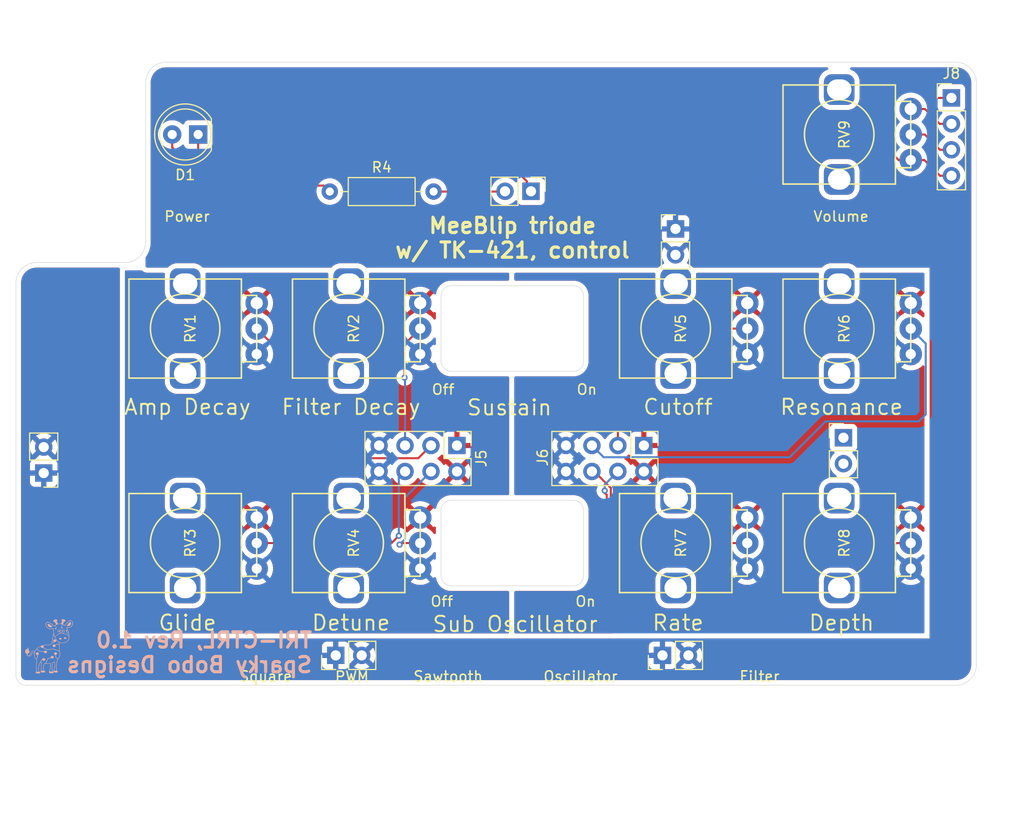
<source format=kicad_pcb>
(kicad_pcb (version 20241229) (generator "pcbnew") (generator_version "9.0")
  (title_block (title "MeeBlip triode w/ TK-421, control (TRI-CTRL)") (date "2025-12-30") (rev "1.0") (company "Sparky Bobo Designs") (comment 1 "This project is based upon the MeeBlip anode synthesizer: meeblip.com") (comment 2 "Designed by: J. Grahame, et. all.") (comment 3 "https://creativecommons.org/licenses/by-sa/4.0/") (comment 4 "Released under the Creative Commons Attribution Share-Alike 4.0 License"))
  (layers (0 "F.Cu" signal) (2 "B.Cu" signal) (13 "F.Paste" user) (15 "B.Paste" user) (5 "F.SilkS" user "F.Silkscreen") (7 "B.SilkS" user "B.Silkscreen") (1 "F.Mask" user) (3 "B.Mask" user) (25 "Edge.Cuts" user))
  (net 0 "")
  (net 1 "GND")
  (net 2 "Net-(J5-Pin_7)")
  (net 3 "Net-(J5-Pin_1)")
  (net 4 "Net-(J6-Pin_1)")
  (net 5 "Net-(J6-Pin_7)")
  (net 6 "Net-(J7-Pin_2)")
  (net 7 "Net-(J8-Pin_3)")
  (net 8 "Net-(D1-K)")
  (net 9 "Net-(D1-A)")
  (net 10 "Net-(J8-Pin_2)")
  (net 11 "Net-(J8-Pin_1)")
  (net 14 "/AMP_DECAY")
  (net 15 "/DETUNE")
  (net 16 "/GLIDE")
  (net 17 "/FILTER_DECAY")
  (net 18 "/FILTER_RES")
  (net 19 "/LFO_DEPTH")
  (net 20 "/LFO_RATE")
  (net 21 "/FILTER_CUTOFF")
  (footprint "Resistor_THT:R_Axial_DIN0207_L6.3mm_D2.5mm_P10.16mm_Horizontal" (layer "F.Cu") (at 122.1486 73.5838)
    (property "Reference" "R4" (at 5.08 -2.37 0) (layer "F.SilkS"))
    (property "Value" "330")
    (pad "1" thru_hole circle (at 0 0) (size 1.6 1.6) (drill 0.8) (layers "*.Cu" "*.Mask") (net 9 "Net-(D1-A)"))
    (pad "2" thru_hole circle (at 10.16 0) (size 1.6 1.6) (drill 0.8) (layers "*.Cu" "*.Mask") (net 6 "Net-(J7-Pin_2)"))
  )
  (footprint "Connector_PinHeader_2.54mm:PinHeader_1x02_P2.54mm_Vertical" (layer "F.Cu") (at 141.8386 73.5584 -90)
    (property "Reference" "J7")
    (property "Value" "CONTROL3")
    (pad "1" thru_hole rect (at 0 0 270) (size 1.7 1.7) (drill 1) (layers "*.Cu" "*.Mask") (net 8 "Net-(D1-K)"))
    (pad "2" thru_hole circle (at 0 2.54 270) (size 1.7 1.7) (drill 1) (layers "*.Cu" "*.Mask") (net 6 "Net-(J7-Pin_2)"))
  )
  (footprint "Connector_PinHeader_2.54mm:PinHeader_1x02_P2.54mm_Vertical" (layer "F.Cu") (at 122.7328 119 90)
    (property "Reference" "J11")
    (property "Value" "GND")
    (pad "1" thru_hole rect (at 0 0 90) (size 1.7 1.7) (drill 1) (layers "*.Cu" "*.Mask") (net 1 "GND"))
    (pad "2" thru_hole circle (at 0 2.54 90) (size 1.7 1.7) (drill 1) (layers "*.Cu" "*.Mask") (net 1 "GND"))
  )
  (footprint "Connector_PinHeader_2.54mm:PinHeader_1x04_P2.54mm_Vertical" (layer "F.Cu") (at 182.9816 64.4144)
    (property "Reference" "J8" (at 0 -2.38 0) (layer "F.SilkS"))
    (property "Value" "VOLUME")
    (pad "1" thru_hole rect (at 0 0) (size 1.7 1.7) (drill 1) (layers "*.Cu" "*.Mask") (net 11 "Net-(J8-Pin_1)"))
    (pad "2" thru_hole circle (at 0 2.54) (size 1.7 1.7) (drill 1) (layers "*.Cu" "*.Mask") (net 10 "Net-(J8-Pin_2)"))
    (pad "3" thru_hole circle (at 0 5.08) (size 1.7 1.7) (drill 1) (layers "*.Cu" "*.Mask") (net 7 "Net-(J8-Pin_3)"))
    (pad "4" thru_hole circle (at 0 7.62) (size 1.7 1.7) (drill 1) (layers "*.Cu" "*.Mask") (net 11 "Net-(J8-Pin_1)"))
  )
  (footprint "meeblip:BOURNS_PTV09A_1" (layer "F.Cu") (at 172 108 90)
    (property "Reference" "RV8" (at 0 0.5 90) (layer "F.SilkS"))
    (property "Value" "10k")
    (pad "1" thru_hole circle (at -2.5 7 90) (size 2.2 2.2) (drill 1) (layers "*.Cu" "*.Mask") (net 5 "Net-(J6-Pin_7)"))
    (pad "2" thru_hole circle (at 0 7 90) (size 2.2 2.2) (drill 1) (layers "*.Cu" "*.Mask") (net 19 "/LFO_DEPTH"))
    (pad "3" thru_hole circle (at 2.5 7 90) (size 2.2 2.2) (drill 1.2) (layers "*.Cu" "*.Mask") (net 4 "Net-(J6-Pin_1)"))
    (pad "4" thru_hole roundrect (at -4.4 0 90) (size 3 3) (drill oval 2 2.2) (layers "*.Cu" "*.Mask"))
    (pad "5" thru_hole roundrect (at 4.4 0 90) (size 3 3) (drill oval 2 2.4) (layers "*.Cu" "*.Mask"))
  )
  (footprint "Connector_PinHeader_2.54mm:PinHeader_2x04_P2.54mm_Vertical" (layer "F.Cu") (at 134.5946 98.4504 -90)
    (property "Reference" "J5" (at 1.27 -2.38 90) (layer "F.SilkS"))
    (property "Value" "CONTROL1")
    (pad "1" thru_hole rect (at 0 0 270) (size 1.7 1.7) (drill 1) (layers "*.Cu" "*.Mask") (net 3 "Net-(J5-Pin_1)"))
    (pad "2" thru_hole circle (at 2.54 0 270) (size 1.7 1.7) (drill 1) (layers "*.Cu" "*.Mask") (net 3 "Net-(J5-Pin_1)"))
    (pad "3" thru_hole circle (at 0 2.54 270) (size 1.7 1.7) (drill 1) (layers "*.Cu" "*.Mask") (net 14 "/AMP_DECAY"))
    (pad "4" thru_hole circle (at 2.54 2.54 270) (size 1.7 1.7) (drill 1) (layers "*.Cu" "*.Mask") (net 15 "/DETUNE"))
    (pad "5" thru_hole circle (at 0 5.08 270) (size 1.7 1.7) (drill 1) (layers "*.Cu" "*.Mask") (net 17 "/FILTER_DECAY"))
    (pad "6" thru_hole circle (at 2.54 5.08 270) (size 1.7 1.7) (drill 1) (layers "*.Cu" "*.Mask") (net 16 "/GLIDE"))
    (pad "7" thru_hole circle (at 0 7.62 270) (size 1.7 1.7) (drill 1) (layers "*.Cu" "*.Mask") (net 2 "Net-(J5-Pin_7)"))
    (pad "8" thru_hole circle (at 2.54 7.62 270) (size 1.7 1.7) (drill 1) (layers "*.Cu" "*.Mask") (net 2 "Net-(J5-Pin_7)"))
  )
  (footprint "meeblip:BOURNS_PTV09A_1" (layer "F.Cu") (at 108 108 90)
    (property "Reference" "RV3" (at 0 0.5 90) (layer "F.SilkS"))
    (property "Value" "10k")
    (pad "1" thru_hole circle (at -2.5 7 90) (size 2.2 2.2) (drill 1) (layers "*.Cu" "*.Mask") (net 2 "Net-(J5-Pin_7)"))
    (pad "2" thru_hole circle (at 0 7 90) (size 2.2 2.2) (drill 1) (layers "*.Cu" "*.Mask") (net 16 "/GLIDE"))
    (pad "3" thru_hole circle (at 2.5 7 90) (size 2.2 2.2) (drill 1.2) (layers "*.Cu" "*.Mask") (net 3 "Net-(J5-Pin_1)"))
    (pad "4" thru_hole roundrect (at -4.4 0 90) (size 3 3) (drill oval 2 2.2) (layers "*.Cu" "*.Mask"))
    (pad "5" thru_hole roundrect (at 4.4 0 90) (size 3 3) (drill oval 2 2.4) (layers "*.Cu" "*.Mask"))
  )
  (footprint "Connector_PinHeader_2.54mm:PinHeader_1x02_P2.54mm_Vertical" (layer "F.Cu") (at 172.4152 97.6884)
    (property "Reference" "J13")
    (property "Value" "GND")
    (pad "1" thru_hole rect (at 0 0) (size 1.7 1.7) (drill 1) (layers "*.Cu" "*.Mask"))
    (pad "2" thru_hole circle (at 0 2.54) (size 1.7 1.7) (drill 1) (layers "*.Cu" "*.Mask"))
  )
  (footprint "LED_THT:LED_D5.0mm" (layer "F.Cu") (at 109.2708 67.9958 180)
    (property "Reference" "D1" (at 1.27 -3.96 0) (layer "F.SilkS"))
    (property "Value" "LED")
    (pad "1" thru_hole rect (at 0 0 180) (size 1.8 1.8) (drill 0.9) (layers "*.Cu" "*.Mask") (net 8 "Net-(D1-K)"))
    (pad "2" thru_hole circle (at 2.54 0 180) (size 1.8 1.8) (drill 0.9) (layers "*.Cu" "*.Mask") (net 9 "Net-(D1-A)"))
  )
  (footprint "meeblip:BOURNS_PTV09A_1" (layer "F.Cu") (at 172 68 90)
    (property "Reference" "RV9" (at 0 0.5 90) (layer "F.SilkS"))
    (property "Value" "10k")
    (pad "1" thru_hole circle (at -2.5 7 90) (size 2.2 2.2) (drill 1) (layers "*.Cu" "*.Mask") (net 11 "Net-(J8-Pin_1)"))
    (pad "2" thru_hole circle (at 0 7 90) (size 2.2 2.2) (drill 1) (layers "*.Cu" "*.Mask") (net 7 "Net-(J8-Pin_3)"))
    (pad "3" thru_hole circle (at 2.5 7 90) (size 2.2 2.2) (drill 1.2) (layers "*.Cu" "*.Mask") (net 10 "Net-(J8-Pin_2)"))
    (pad "4" thru_hole roundrect (at -4.4 0 90) (size 3 3) (drill oval 2 2.2) (layers "*.Cu" "*.Mask"))
    (pad "5" thru_hole roundrect (at 4.4 0 90) (size 3 3) (drill oval 2 2.4) (layers "*.Cu" "*.Mask"))
  )
  (footprint "Connector_PinHeader_2.54mm:PinHeader_2x04_P2.54mm_Vertical" (layer "F.Cu") (at 152.8826 98.4504 -90)
    (property "Reference" "J6" (at 1.1684 9.906 90) (layer "F.SilkS"))
    (property "Value" "CONTROL2")
    (pad "1" thru_hole rect (at 0 0 270) (size 1.7 1.7) (drill 1) (layers "*.Cu" "*.Mask") (net 4 "Net-(J6-Pin_1)"))
    (pad "2" thru_hole circle (at 2.54 0 270) (size 1.7 1.7) (drill 1) (layers "*.Cu" "*.Mask") (net 4 "Net-(J6-Pin_1)"))
    (pad "3" thru_hole circle (at 0 2.54 270) (size 1.7 1.7) (drill 1) (layers "*.Cu" "*.Mask") (net 21 "/FILTER_CUTOFF"))
    (pad "4" thru_hole circle (at 2.54 2.54 270) (size 1.7 1.7) (drill 1) (layers "*.Cu" "*.Mask") (net 19 "/LFO_DEPTH"))
    (pad "5" thru_hole circle (at 0 5.08 270) (size 1.7 1.7) (drill 1) (layers "*.Cu" "*.Mask") (net 18 "/FILTER_RES"))
    (pad "6" thru_hole circle (at 2.54 5.08 270) (size 1.7 1.7) (drill 1) (layers "*.Cu" "*.Mask") (net 20 "/LFO_RATE"))
    (pad "7" thru_hole circle (at 0 7.62 270) (size 1.7 1.7) (drill 1) (layers "*.Cu" "*.Mask") (net 5 "Net-(J6-Pin_7)"))
    (pad "8" thru_hole circle (at 2.54 7.62 270) (size 1.7 1.7) (drill 1) (layers "*.Cu" "*.Mask") (net 5 "Net-(J6-Pin_7)"))
  )
  (footprint "meeblip:BOURNS_PTV09A_1" (layer "F.Cu") (at 124 87 90)
    (property "Reference" "RV2" (at 0 0.5 90) (layer "F.SilkS"))
    (property "Value" "10k")
    (pad "1" thru_hole circle (at -2.5 7 90) (size 2.2 2.2) (drill 1) (layers "*.Cu" "*.Mask") (net 2 "Net-(J5-Pin_7)"))
    (pad "2" thru_hole circle (at 0 7 90) (size 2.2 2.2) (drill 1) (layers "*.Cu" "*.Mask") (net 17 "/FILTER_DECAY"))
    (pad "3" thru_hole circle (at 2.5 7 90) (size 2.2 2.2) (drill 1.2) (layers "*.Cu" "*.Mask") (net 3 "Net-(J5-Pin_1)"))
    (pad "4" thru_hole roundrect (at -4.4 0 90) (size 3 3) (drill oval 2 2.2) (layers "*.Cu" "*.Mask"))
    (pad "5" thru_hole roundrect (at 4.4 0 90) (size 3 3) (drill oval 2 2.4) (layers "*.Cu" "*.Mask"))
  )
  (footprint "meeblip:BOURNS_PTV09A_1" (layer "F.Cu") (at 156 108 90)
    (property "Reference" "RV7" (at 0 0.5 90) (layer "F.SilkS"))
    (property "Value" "10k")
    (pad "1" thru_hole circle (at -2.5 7 90) (size 2.2 2.2) (drill 1) (layers "*.Cu" "*.Mask") (net 5 "Net-(J6-Pin_7)"))
    (pad "2" thru_hole circle (at 0 7 90) (size 2.2 2.2) (drill 1) (layers "*.Cu" "*.Mask") (net 20 "/LFO_RATE"))
    (pad "3" thru_hole circle (at 2.5 7 90) (size 2.2 2.2) (drill 1.2) (layers "*.Cu" "*.Mask") (net 4 "Net-(J6-Pin_1)"))
    (pad "4" thru_hole roundrect (at -4.4 0 90) (size 3 3) (drill oval 2 2.2) (layers "*.Cu" "*.Mask"))
    (pad "5" thru_hole roundrect (at 4.4 0 90) (size 3 3) (drill oval 2 2.4) (layers "*.Cu" "*.Mask"))
  )
  (footprint "meeblip:BOURNS_PTV09A_1" (layer "F.Cu") (at 172 87 90)
    (property "Reference" "RV6" (at 0 0.5 90) (layer "F.SilkS"))
    (property "Value" "10k")
    (pad "1" thru_hole circle (at -2.5 7 90) (size 2.2 2.2) (drill 1) (layers "*.Cu" "*.Mask") (net 5 "Net-(J6-Pin_7)"))
    (pad "2" thru_hole circle (at 0 7 90) (size 2.2 2.2) (drill 1) (layers "*.Cu" "*.Mask") (net 18 "/FILTER_RES"))
    (pad "3" thru_hole circle (at 2.5 7 90) (size 2.2 2.2) (drill 1.2) (layers "*.Cu" "*.Mask") (net 4 "Net-(J6-Pin_1)"))
    (pad "4" thru_hole roundrect (at -4.4 0 90) (size 3 3) (drill oval 2 2.2) (layers "*.Cu" "*.Mask"))
    (pad "5" thru_hole roundrect (at 4.4 0 90) (size 3 3) (drill oval 2 2.4) (layers "*.Cu" "*.Mask"))
  )
  (footprint "meeblip:BOURNS_PTV09A_1" (layer "F.Cu") (at 124 108 90)
    (property "Reference" "RV4" (at 0 0.5 90) (layer "F.SilkS"))
    (property "Value" "10k")
    (pad "1" thru_hole circle (at -2.5 7 90) (size 2.2 2.2) (drill 1) (layers "*.Cu" "*.Mask") (net 2 "Net-(J5-Pin_7)"))
    (pad "2" thru_hole circle (at 0 7 90) (size 2.2 2.2) (drill 1) (layers "*.Cu" "*.Mask") (net 15 "/DETUNE"))
    (pad "3" thru_hole circle (at 2.5 7 90) (size 2.2 2.2) (drill 1.2) (layers "*.Cu" "*.Mask") (net 3 "Net-(J5-Pin_1)"))
    (pad "4" thru_hole roundrect (at -4.4 0 90) (size 3 3) (drill oval 2 2.2) (layers "*.Cu" "*.Mask"))
    (pad "5" thru_hole roundrect (at 4.4 0 90) (size 3 3) (drill oval 2 2.4) (layers "*.Cu" "*.Mask"))
  )
  (footprint "meeblip:BOURNS_PTV09A_1" (layer "F.Cu") (at 156 87 90)
    (property "Reference" "RV5" (at 0 0.5 90) (layer "F.SilkS"))
    (property "Value" "10k")
    (pad "1" thru_hole circle (at -2.5 7 90) (size 2.2 2.2) (drill 1) (layers "*.Cu" "*.Mask") (net 5 "Net-(J6-Pin_7)"))
    (pad "2" thru_hole circle (at 0 7 90) (size 2.2 2.2) (drill 1) (layers "*.Cu" "*.Mask") (net 21 "/FILTER_CUTOFF"))
    (pad "3" thru_hole circle (at 2.5 7 90) (size 2.2 2.2) (drill 1.2) (layers "*.Cu" "*.Mask") (net 4 "Net-(J6-Pin_1)"))
    (pad "4" thru_hole roundrect (at -4.4 0 90) (size 3 3) (drill oval 2 2.2) (layers "*.Cu" "*.Mask"))
    (pad "5" thru_hole roundrect (at 4.4 0 90) (size 3 3) (drill oval 2 2.4) (layers "*.Cu" "*.Mask"))
  )
  (footprint "meeblip:BOURNS_PTV09A_1" (layer "F.Cu") (at 108 87 90)
    (property "Reference" "RV1" (at 0 0.5 90) (layer "F.SilkS"))
    (property "Value" "10k")
    (pad "1" thru_hole circle (at -2.5 7 90) (size 2.2 2.2) (drill 1) (layers "*.Cu" "*.Mask") (net 2 "Net-(J5-Pin_7)"))
    (pad "2" thru_hole circle (at 0 7 90) (size 2.2 2.2) (drill 1) (layers "*.Cu" "*.Mask") (net 14 "/AMP_DECAY"))
    (pad "3" thru_hole circle (at 2.5 7 90) (size 2.2 2.2) (drill 1.2) (layers "*.Cu" "*.Mask") (net 3 "Net-(J5-Pin_1)"))
    (pad "4" thru_hole roundrect (at -4.4 0 90) (size 3 3) (drill oval 2 2.2) (layers "*.Cu" "*.Mask"))
    (pad "5" thru_hole roundrect (at 4.4 0 90) (size 3 3) (drill oval 2 2.4) (layers "*.Cu" "*.Mask"))
  )
  (footprint "Connector_PinHeader_2.54mm:PinHeader_1x02_P2.54mm_Vertical" (layer "F.Cu") (at 154.7064 119 90)
    (property "Reference" "J12")
    (property "Value" "GND")
    (pad "1" thru_hole rect (at 0 0 90) (size 1.7 1.7) (drill 1) (layers "*.Cu" "*.Mask") (net 1 "GND"))
    (pad "2" thru_hole circle (at 0 2.54 90) (size 1.7 1.7) (drill 1) (layers "*.Cu" "*.Mask") (net 1 "GND"))
  )
  (footprint "Connector_PinHeader_2.54mm:PinHeader_1x02_P2.54mm_Vertical" (layer "F.Cu") (at 94.1578 101.1478 180)
    (property "Reference" "J9")
    (property "Value" "GND")
    (pad "1" thru_hole rect (at 0 0 180) (size 1.7 1.7) (drill 1) (layers "*.Cu" "*.Mask") (net 1 "GND"))
    (pad "2" thru_hole circle (at 0 2.54 180) (size 1.7 1.7) (drill 1) (layers "*.Cu" "*.Mask") (net 1 "GND"))
  )
  (footprint "Connector_PinHeader_2.54mm:PinHeader_1x02_P2.54mm_Vertical" (layer "F.Cu") (at 155.9814 77.2414)
    (property "Reference" "J10")
    (property "Value" "GND")
    (pad "1" thru_hole rect (at 0 0) (size 1.7 1.7) (drill 1) (layers "*.Cu" "*.Mask") (net 1 "GND"))
    (pad "2" thru_hole circle (at 0 2.54) (size 1.7 1.7) (drill 1) (layers "*.Cu" "*.Mask") (net 1 "GND"))
  )
  (footprint "meeblip:logo_cr_5x5" (layer "B.Cu") (at 94.6658 118.11 180)
    (property "Reference" "G***" (hide yes))
    (property "Value" "LOGO" (hide yes))
  )
  (gr_line (start 145.9771 112.1918) (end 134.0325 112.1918) (stroke (width 0.05)) (layer "Edge.Cuts"))
  (gr_arc (start 133.0325 83.804) (mid 133.325393 83.096893) (end 134.0325 82.804) (stroke (width 0.05)) (layer "Edge.Cuts"))
  (gr_line (start 185.42 119.92) (end 185.42 62.921107) (stroke (width 0.05)) (layer "Edge.Cuts"))
  (gr_arc (start 185.42 119.92) (mid 184.834214 121.334214) (end 183.42 121.92) (stroke (width 0.05)) (layer "Edge.Cuts"))
  (gr_line (start 133.0325 111.1918) (end 133.0325 104.8098) (stroke (width 0.05)) (layer "Edge.Cuts"))
  (gr_arc (start 145.9771 82.804) (mid 146.684207 83.096893) (end 146.9771 83.804) (stroke (width 0.05)) (layer "Edge.Cuts"))
  (gr_arc (start 92.44 121.92) (mid 91.732893 121.627107) (end 91.44 120.92) (stroke (width 0.05)) (layer "Edge.Cuts"))
  (gr_arc (start 134.0325 91.186) (mid 133.325393 90.893107) (end 133.0325 90.186) (stroke (width 0.05)) (layer "Edge.Cuts"))
  (gr_line (start 92.44 121.92) (end 183.42 121.92) (stroke (width 0.05)) (layer "Edge.Cuts"))
  (gr_arc (start 133.0325 104.8098) (mid 133.325393 104.102693) (end 134.0325 103.8098) (stroke (width 0.05)) (layer "Edge.Cuts"))
  (gr_line (start 134.0325 103.8098) (end 145.9771 103.8098) (stroke (width 0.05)) (layer "Edge.Cuts"))
  (gr_arc (start 146.9771 90.186) (mid 146.684207 90.893107) (end 145.9771 91.186) (stroke (width 0.05)) (layer "Edge.Cuts"))
  (gr_line (start 183.42 60.921107) (end 106.126507 60.921107) (stroke (width 0.05)) (layer "Edge.Cuts"))
  (gr_line (start 134.0325 91.186) (end 145.9771 91.186) (stroke (width 0.05)) (layer "Edge.Cuts"))
  (gr_arc (start 146.9771 111.1918) (mid 146.684207 111.898907) (end 145.9771 112.1918) (stroke (width 0.05)) (layer "Edge.Cuts"))
  (gr_line (start 146.9771 104.8098) (end 146.9771 111.1918) (stroke (width 0.05)) (layer "Edge.Cuts"))
  (gr_line (start 134.0325 82.804) (end 145.9771 82.804) (stroke (width 0.05)) (layer "Edge.Cuts"))
  (gr_line (start 133.0325 90.186) (end 133.0325 83.804) (stroke (width 0.05)) (layer "Edge.Cuts"))
  (gr_arc (start 183.42 60.921107) (mid 184.834211 61.506894) (end 185.42 62.921107) (stroke (width 0.05)) (layer "Edge.Cuts"))
  (gr_line (start 102.126507 80.531493) (end 93.44 80.531493) (stroke (width 0.05)) (layer "Edge.Cuts"))
  (gr_line (start 104.126507 62.921107) (end 104.126507 78.531493) (stroke (width 0.05)) (layer "Edge.Cuts"))
  (gr_arc (start 104.126507 78.531493) (mid 103.540721 79.945707) (end 102.126507 80.531493) (stroke (width 0.05)) (layer "Edge.Cuts"))
  (gr_arc (start 91.44 82.531493) (mid 92.025789 81.117284) (end 93.44 80.531493) (stroke (width 0.05)) (layer "Edge.Cuts"))
  (gr_line (start 146.9771 83.804) (end 146.9771 90.186) (stroke (width 0.05)) (layer "Edge.Cuts"))
  (gr_line (start 91.44 82.531493) (end 91.44 120.92) (stroke (width 0.05)) (layer "Edge.Cuts"))
  (gr_arc (start 134.0325 112.1918) (mid 133.325393 111.898907) (end 133.0325 111.1918) (stroke (width 0.05)) (layer "Edge.Cuts"))
  (gr_arc (start 145.9771 103.8098) (mid 146.684207 104.102693) (end 146.9771 104.8098) (stroke (width 0.05)) (layer "Edge.Cuts"))
  (gr_arc (start 104.126507 62.921107) (mid 104.712293 61.506893) (end 106.126507 60.921107) (stroke (width 0.05)) (layer "Edge.Cuts"))
  (gr_text "Power" (at 108.1866 75.438 0) (layer "F.SilkS") (effects (font (size 1 1)) (justify top)))
  (gr_text "Rate" (at 156.2294 116.6876 0) (layer "F.SilkS") (effects (font (size 1.5 1.5) (thickness 0.1875)) (justify bottom)))
  (gr_text "Amp Decay" (at 108.2294 95.5548 0) (layer "F.SilkS") (effects (font (size 1.5 1.5) (thickness 0.1875)) (justify bottom)))
  (gr_text "On" (at 146.1008 113.7158 0) (layer "F.SilkS") (effects (font (size 1 1)) (justify left)))
  (gr_text "Oscillator" (at 142.9766 121.0564 0) (layer "F.SilkS") (effects (font (size 1 1)) (justify left)))
  (gr_text "Sustain" (at 139.7254 95.6056 0) (layer "F.SilkS") (effects (font (size 1.5 1.5) (thickness 0.1875)) (justify bottom)))
  (gr_text "MeeBlip triode\nw/ TK-421, control" (at 140.0302 80.2132 0) (layer "F.SilkS") (effects (font (size 1.5 1.5) (thickness 0.3) (bold yes)) (justify bottom)))
  (gr_text "Off" (at 132.0546 92.964 0) (layer "F.SilkS") (effects (font (size 1 1)) (justify left)))
  (gr_text "PWM" (at 124.3176 121.666 0) (layer "F.SilkS") (effects (font (size 1 1)) (justify bottom)))
  (gr_text "Cutoff" (at 156.2294 95.5548 0) (layer "F.SilkS") (effects (font (size 1.5 1.5) (thickness 0.1875)) (justify bottom)))
  (gr_text "Square" (at 113.2078 121.0564 0) (layer "F.SilkS") (effects (font (size 1 1)) (justify left)))
  (gr_text "Sawtooth" (at 130.2512 121.0564 0) (layer "F.SilkS") (effects (font (size 1 1)) (justify left)))
  (gr_text "Volume" (at 172.1866 75.438 0) (layer "F.SilkS") (effects (font (size 1 1)) (justify top)))
  (gr_text "Filter Decay" (at 124.2294 95.5548 0) (layer "F.SilkS") (effects (font (size 1.5 1.5) (thickness 0.1875)) (justify bottom)))
  (gr_text "Off" (at 131.9276 113.7158 0) (layer "F.SilkS") (effects (font (size 1 1)) (justify left)))
  (gr_text "Resonance" (at 172.2294 95.5548 0) (layer "F.SilkS") (effects (font (size 1.5 1.5) (thickness 0.1875)) (justify bottom)))
  (gr_text "On" (at 146.2278 92.964 0) (layer "F.SilkS") (effects (font (size 1 1)) (justify left)))
  (gr_text "Detune" (at 124.2294 116.6876 0) (layer "F.SilkS") (effects (font (size 1.5 1.5) (thickness 0.1875)) (justify bottom)))
  (gr_text "Filter" (at 162.1536 121.0564 0) (layer "F.SilkS") (effects (font (size 1 1)) (justify left)))
  (gr_text "Glide" (at 108.2294 116.6876 0) (layer "F.SilkS") (effects (font (size 1.5 1.5) (thickness 0.1875)) (justify bottom)))
  (gr_text "Sub Oscillator" (at 140.296 116.8144 0) (layer "F.SilkS") (effects (font (size 1.5 1.5) (thickness 0.1875)) (justify bottom)))
  (gr_text "Depth" (at 172.2294 116.6876 0) (layer "F.SilkS") (effects (font (size 1.5 1.5) (thickness 0.1875)) (justify bottom)))
  (gr_text "TRI-CTRL, Rev 1.0\nSparky Bobo Designs" (at 120.5738 120.8024 0) (layer "B.SilkS") (effects (font (size 1.5 1.5) (thickness 0.3) (bold yes)) (justify left bottom mirror)))
  (segment (start 179.4148 89.067) (end 178.9684 89.067) (width 0.2) (layer "B.Cu") (net 5))
  (segment (start 132.3086 73.5838) (end 138.8668 73.5838) (width 0.2) (layer "F.Cu") (net 6))
  (segment (start 138.8668 73.5838) (end 138.8922 73.5584) (width 0.2) (layer "F.Cu") (net 6))
  (segment (start 181.864 69.4944) (end 180.3696 68) (width 0.2) (layer "F.Cu") (net 7))
  (segment (start 180.3696 68) (end 179 68) (width 0.2) (layer "F.Cu") (net 7))
  (segment (start 182.9816 69.4944) (end 181.864 69.4944) (width 0.2) (layer "F.Cu") (net 7))
  (segment (start 109.2708 70.104) (end 110.4392 71.2724) (width 0.2) (layer "F.Cu") (net 8))
  (segment (start 110.4392 71.2724) (end 140.1318 71.2724) (width 0.2) (layer "F.Cu") (net 8))
  (segment (start 109.2708 67.9958) (end 109.2708 70.104) (width 0.2) (layer "F.Cu") (net 8))
  (segment (start 141.4322 72.5728) (end 141.4322 73.5584) (width 0.2) (layer "F.Cu") (net 8))
  (segment (start 140.1318 71.2724) (end 141.4322 72.5728) (width 0.2) (layer "F.Cu") (net 8))
  (segment (start 106.7308 69.268592) (end 106.7308 67.9958) (width 0.2) (layer "F.Cu") (net 9))
  (segment (start 122.1486 73.5838) (end 121.5644 72.9996) (width 0.2) (layer "F.Cu") (net 9))
  (segment (start 110.461808 72.9996) (end 106.7308 69.268592) (width 0.2) (layer "F.Cu") (net 9))
  (segment (start 121.5644 72.9996) (end 110.461808 72.9996) (width 0.2) (layer "F.Cu") (net 9))
  (segment (start 181.8386 66.9544) (end 180.3842 65.5) (width 0.2) (layer "F.Cu") (net 10))
  (segment (start 182.9816 66.9544) (end 181.8386 66.9544) (width 0.2) (layer "F.Cu") (net 10))
  (segment (start 180.3842 65.5) (end 179 65.5) (width 0.2) (layer "F.Cu") (net 10))
  (segment (start 181.864 72.0344) (end 180.3296 70.5) (width 0.2) (layer "F.Cu") (net 11))
  (segment (start 177.038 64.6176) (end 177.038 69.723) (width 0.2) (layer "F.Cu") (net 11))
  (segment (start 182.9816 72.0344) (end 181.864 72.0344) (width 0.2) (layer "F.Cu") (net 11))
  (segment (start 178.0794 63.5762) (end 177.038 64.6176) (width 0.2) (layer "F.Cu") (net 11))
  (segment (start 177.815 70.5) (end 179 70.5) (width 0.2) (layer "F.Cu") (net 11))
  (segment (start 181.4322 64.4144) (end 180.594 63.5762) (width 0.2) (layer "F.Cu") (net 11))
  (segment (start 182.9816 64.4144) (end 181.4322 64.4144) (width 0.2) (layer "F.Cu") (net 11))
  (segment (start 180.3296 70.5) (end 179 70.5) (width 0.2) (layer "F.Cu") (net 11))
  (segment (start 180.594 63.5762) (end 178.0794 63.5762) (width 0.2) (layer "F.Cu") (net 11))
  (segment (start 177.038 69.723) (end 177.815 70.5) (width 0.2) (layer "F.Cu") (net 11))
  (segment (start 118.2624 99.695) (end 117.2718 98.7044) (width 0.2) (layer "F.Cu") (net 14))
  (segment (start 130.81 99.695) (end 118.2624 99.695) (width 0.2) (layer "F.Cu") (net 14))
  (segment (start 132.0546 98.4504) (end 130.81 99.695) (width 0.2) (layer "F.Cu") (net 14))
  (segment (start 117.2718 98.7044) (end 117.2718 89.2718) (width 0.2) (layer "F.Cu") (net 14))
  (segment (start 117.2718 89.2718) (end 115 87) (width 0.2) (layer "F.Cu") (net 14))
  (segment (start 131 108) (end 129.1344 108) (width 0.2) (layer "F.Cu") (net 15))
  (segment (start 129.1344 108) (end 128.9812 108.1532) (width 0.2) (layer "F.Cu") (net 15))
  (via (at 128.9812 108.1532) (size 0.6) (drill 0.3) (layers "F.Cu" "B.Cu") (net 15))
  (segment (start 129.506 107.6284) (end 129.506 103.539) (width 0.2) (layer "B.Cu") (net 15))
  (segment (start 129.506 103.539) (end 132.0546 100.9904) (width 0.2) (layer "B.Cu") (net 15))
  (segment (start 128.9812 108.1532) (end 129.506 107.6284) (width 0.2) (layer "B.Cu") (net 15))
  (segment (start 128.1946 108) (end 128.905 107.2896) (width 0.2) (layer "F.Cu") (net 16))
  (segment (start 115 108) (end 128.1946 108) (width 0.2) (layer "F.Cu") (net 16))
  (via (at 128.905 107.2896) (size 0.6) (drill 0.3) (layers "F.Cu" "B.Cu") (net 16))
  (segment (start 128.905 101.6) (end 129.5146 100.9904) (width 0.2) (layer "B.Cu") (net 16))
  (segment (start 128.905 107.2896) (end 128.905 101.6) (width 0.2) (layer "B.Cu") (net 16))
  (segment (start 129.4638 88.5362) (end 129.4638 91.7956) (width 0.2) (layer "F.Cu") (net 17))
  (segment (start 131 87) (end 129.4638 88.5362) (width 0.2) (layer "F.Cu") (net 17))
  (via (at 129.4638 91.7956) (size 0.6) (drill 0.3) (layers "F.Cu" "B.Cu") (net 17))
  (segment (start 129.5146 98.4504) (end 129.5146 91.8464) (width 0.2) (layer "B.Cu") (net 17))
  (segment (start 129.5146 91.8464) (end 129.4638 91.7956) (width 0.2) (layer "B.Cu") (net 17))
  (segment (start 148.9536 99.6014) (end 165.989 99.6014) (width 0.2) (layer "B.Cu") (net 18))
  (segment (start 170.6626 96.0882) (end 179.7812 96.0882) (width 0.2) (layer "B.Cu") (net 18))
  (segment (start 180.467 95.4024) (end 180.467 88.467) (width 0.2) (layer "B.Cu") (net 18))
  (segment (start 165.989 99.6014) (end 167.1494 99.6014) (width 0.2) (layer "B.Cu") (net 18))
  (segment (start 179.7812 96.0882) (end 180.467 95.4024) (width 0.2) (layer "B.Cu") (net 18))
  (segment (start 147.8026 98.4504) (end 148.9536 99.6014) (width 0.2) (layer "B.Cu") (net 18))
  (segment (start 180.467 88.467) (end 179 87) (width 0.2) (layer "B.Cu") (net 18))
  (segment (start 167.1494 99.6014) (end 170.6626 96.0882) (width 0.2) (layer "B.Cu") (net 18))
  (segment (start 177.5976 108) (end 179 108) (width 0.2) (layer "F.Cu") (net 19))
  (segment (start 176.9364 108.6612) (end 177.5976 108) (width 0.2) (layer "F.Cu") (net 19))
  (segment (start 149.2504 115.1465) (end 150.2073 116.1034) (width 0.2) (layer "F.Cu") (net 19))
  (segment (start 149.0514 103.0774) (end 149.2504 103.2764) (width 0.2) (layer "F.Cu") (net 19))
  (segment (start 176.3268 116.1034) (end 176.9364 115.4938) (width 0.2) (layer "F.Cu") (net 19))
  (segment (start 150.2073 116.1034) (end 176.3268 116.1034) (width 0.2) (layer "F.Cu") (net 19))
  (segment (start 149.2504 103.2764) (end 149.2504 115.1465) (width 0.2) (layer "F.Cu") (net 19))
  (segment (start 149.0514 102.87) (end 149.0514 103.0774) (width 0.2) (layer "F.Cu") (net 19))
  (segment (start 176.9364 115.4938) (end 176.9364 108.6612) (width 0.2) (layer "F.Cu") (net 19))
  (via (at 149.0514 102.87) (size 0.6) (drill 0.3) (layers "F.Cu" "B.Cu") (net 19))
  (segment (start 149.0514 102.2816) (end 150.3426 100.9904) (width 0.2) (layer "B.Cu") (net 19))
  (segment (start 149.0514 102.87) (end 149.0514 102.2816) (width 0.2) (layer "B.Cu") (net 19))
  (segment (start 160.9598 108.5342) (end 160.9598 115.1128) (width 0.2) (layer "F.Cu") (net 20))
  (segment (start 163 108) (end 161.494 108) (width 0.2) (layer "F.Cu") (net 20))
  (segment (start 149.6514 114.9804) (end 149.6514 102.6106) (width 0.2) (layer "F.Cu") (net 20))
  (segment (start 149.6514 102.6106) (end 148.0312 100.9904) (width 0.2) (layer "F.Cu") (net 20))
  (segment (start 160.9598 115.1128) (end 160.3702 115.7024) (width 0.2) (layer "F.Cu") (net 20))
  (segment (start 150.3734 115.7024) (end 149.6514 114.9804) (width 0.2) (layer "F.Cu") (net 20))
  (segment (start 160.3702 115.7024) (end 150.3734 115.7024) (width 0.2) (layer "F.Cu") (net 20))
  (segment (start 148.0312 100.9904) (end 147.8026 100.9904) (width 0.2) (layer "F.Cu") (net 20))
  (segment (start 161.494 108) (end 160.9598 108.5342) (width 0.2) (layer "F.Cu") (net 20))
  (segment (start 151.2774 87) (end 163 87) (width 0.2) (layer "F.Cu") (net 21))
  (segment (start 150.3426 87.9348) (end 151.2774 87) (width 0.2) (layer "F.Cu") (net 21))
  (segment (start 150.3426 98.4504) (end 150.3426 87.9348) (width 0.2) (layer "F.Cu") (net 21))
  (zone (net 4) (net_name "Net-(J6-Pin_1)") (layer "F.Cu") (priority 1) (connect_pads (clearance 0.5)) (min_thickness 0.25) (fill yes (thermal_gap 0.5) (thermal_bridge_width 0.5))
    (polygon (pts (xy 140.208 81.28) (xy 180.594 81.28) (xy 180.594 117.094) (xy 140.208 117.094)))
  )
  (zone (net 1) (net_name "GND") (layer "F.Cu") (priority 2) (connect_pads (clearance 0.5)) (min_thickness 0.25) (fill yes (thermal_gap 0.5) (thermal_bridge_width 0.5))
    (polygon (pts (xy 101.6 80.5434) (xy 101.6 117.348) (xy 180.848 117.348) (xy 180.848 81.026) (xy 104.134287 81.026) (xy 104.168398 60.9346) (xy 185.3946 60.9346) (xy 185.3946 121.8946) (xy 91.4654 121.8946) (xy 91.4654 80.5434)))
  )
  (zone (net 3) (net_name "Net-(J5-Pin_1)") (layer "F.Cu") (connect_pads (clearance 0.5)) (min_thickness 0.25) (fill yes (thermal_gap 0.5) (thermal_bridge_width 0.5))
    (polygon (pts (xy 101.854 81.29982) (xy 139.7 81.28) (xy 139.7 117.094) (xy 101.854 117.094)))
  )
  (zone (net 1) (net_name "GND") (layer "B.Cu") (priority 2) (connect_pads (clearance 0.5)) (min_thickness 0.25) (fill yes (thermal_gap 0.5) (thermal_bridge_width 0.5))
    (polygon (pts (xy 101.6 80.5434) (xy 101.6 117.348) (xy 180.848 117.348) (xy 180.848 81.026) (xy 104.120607 81.026) (xy 104.154718 60.9346) (xy 185.3946 60.9346) (xy 185.3946 121.8946) (xy 91.4654 121.8946) (xy 91.4654 80.5434)))
  )
  (zone (net 5) (net_name "Net-(J6-Pin_7)") (layer "B.Cu") (priority 1) (connect_pads (clearance 0.5)) (min_thickness 0.25) (fill yes (thermal_gap 0.5) (thermal_bridge_width 0.5))
    (polygon (pts (xy 140.208 81.28) (xy 180.594 81.28) (xy 180.594 117.094) (xy 140.208 117.094)))
  )
  (zone (net 2) (net_name "Net-(J5-Pin_7)") (layer "B.Cu") (connect_pads (clearance 0.5)) (min_thickness 0.25) (fill yes (thermal_gap 0.5) (thermal_bridge_width 0.5))
    (polygon (pts (xy 101.854 81.29982) (xy 139.7 81.28) (xy 139.7 117.094) (xy 101.854 117.094)))
  )
)
</source>
